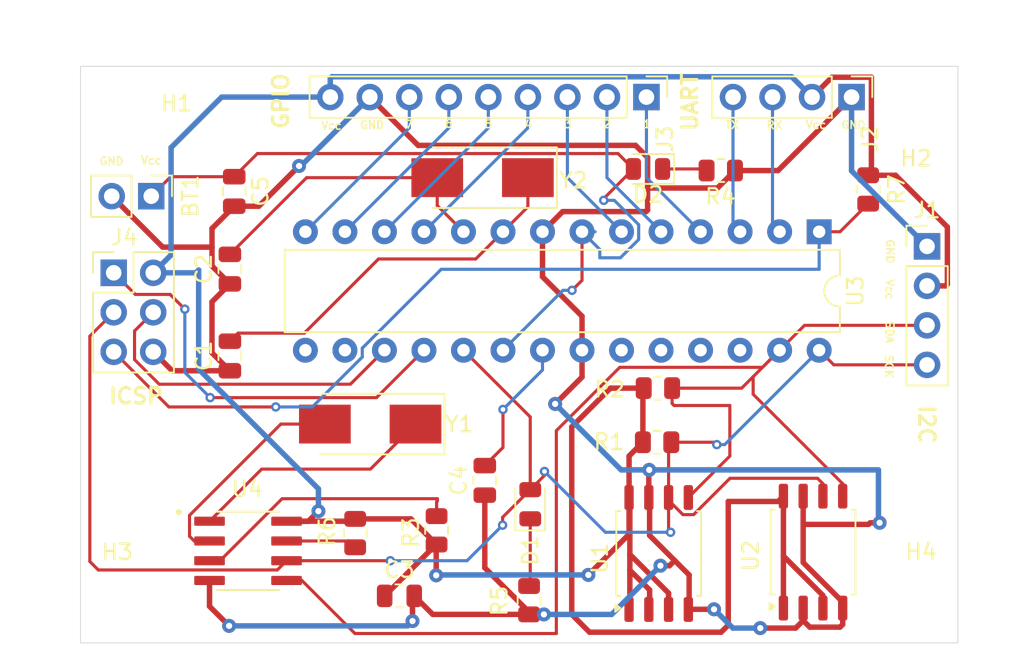
<source format=kicad_pcb>
(kicad_pcb (version 20240108) (generator "pcbnew") (generator_version "8.0")
  (title_block (title "Datalogger PCB") (date "2024-06-24"))
  (layers (0 "F.Cu" mixed) (31 "B.Cu" mixed) (34 "B.Paste" user) (35 "F.Paste" user) (36 "B.SilkS" user "B.Silkscreen") (37 "F.SilkS" user "F.Silkscreen") (38 "B.Mask" user) (39 "F.Mask" user) (44 "Edge.Cuts" user))
  (net 0 "")
  (net 1 "Net-(BT1-+)")
  (net 2 "GND")
  (net 3 "Net-(U3-XTAL1{slash}PB6)")
  (net 4 "Net-(U3-XTAL2{slash}PB7)")
  (net 5 "/Vcc")
  (net 6 "Net-(U3-AREF)")
  (net 7 "/SCK")
  (net 8 "Net-(D1-K)")
  (net 9 "Net-(D2-K)")
  (net 10 "/SDA")
  (net 11 "/TX")
  (net 12 "/RX")
  (net 13 "/D2")
  (net 14 "/D6")
  (net 15 "/D8")
  (net 16 "/D7")
  (net 17 "/D5")
  (net 18 "/D4")
  (net 19 "/D3")
  (net 20 "/MOSI")
  (net 21 "/MISO")
  (net 22 "/RESET")
  (net 23 "Net-(U4-~{INTA})")
  (net 24 "Net-(U4-SQW{slash}~INT)")
  (net 31 "Net-(U4-X2)")
  (net 32 "Net-(U4-X1)")
  (footprint "Crystal:Crystal_SMD_0603-2Pin_6.0x3.5mm_HandSoldering" (layer "F.Cu") (at 116.2558 124.3076 180)
    (property "Reference" "Y1" (at -5.7235 0 180) (layer "F.SilkS"))
    (property "Value" "32.768 kHz")
    (pad "1" smd rect (at -2.9125 0 180) (size 3.325 2.5) (layers "F.Cu" "F.Paste" "F.Mask") (net 32 "Net-(U4-X1)"))
    (pad "2" smd rect (at 2.9125 0 180) (size 3.325 2.5) (layers "F.Cu" "F.Paste" "F.Mask") (net 31 "Net-(U4-X2)"))
  )
  (footprint "MountingHole:MountingHole_2.2mm_M2" (layer "F.Cu") (at 151.4856 135.8392)
    (property "Reference" "H4" (at 0.1778 -3.3274 0) (layer "F.SilkS"))
    (property "Value" "MountingHole")
    (pad "" np_thru_hole circle (at 0 0) (size 2.2 2.2) (drill 2.2) (layers "*.Cu" "*.Mask"))
  )
  (footprint "Resistor_SMD:R_0805_2012Metric" (layer "F.Cu") (at 115.2906 131.3199 -90)
    (property "Reference" "R6" (at -0.1035 1.8034 90) (layer "F.SilkS"))
    (property "Value" "10k")
    (pad "1" smd roundrect (at -0.9125 0 270) (size 1.025 1.4) (layers "F.Cu" "F.Paste" "F.Mask") (roundrect_rratio 0.243902) (net 5 "/Vcc"))
    (pad "2" smd roundrect (at 0.9125 0 270) (size 1.025 1.4) (layers "F.Cu" "F.Paste" "F.Mask") (roundrect_rratio 0.243902) (net 24 "Net-(U4-SQW{slash}~INT)"))
  )
  (footprint "Resistor_SMD:R_0805_2012Metric" (layer "F.Cu") (at 148.2598 109.2181 -90)
    (property "Reference" "R7" (at -0.0019 -1.8288 90) (layer "F.SilkS"))
    (property "Value" "10k")
    (pad "1" smd roundrect (at -0.9125 0 270) (size 1.025 1.4) (layers "F.Cu" "F.Paste" "F.Mask") (roundrect_rratio 0.243902) (net 5 "/Vcc"))
    (pad "2" smd roundrect (at 0.9125 0 270) (size 1.025 1.4) (layers "F.Cu" "F.Paste" "F.Mask") (roundrect_rratio 0.243902) (net 22 "/RESET"))
  )
  (footprint "Package_DIP:DIP-28_W7.62mm" (layer "F.Cu") (at 145.1102 111.9378 -90)
    (property "Reference" "U3" (at 3.81 -2.33 90) (layer "F.SilkS"))
    (property "Value" "ATmega328-P")
    (pad "1" thru_hole rect (at 0 0 270) (size 1.6 1.6) (drill 0.8) (layers "*.Cu" "*.Mask") (net 22 "/RESET"))
    (pad "2" thru_hole oval (at 0 2.54 270) (size 1.6 1.6) (drill 0.8) (layers "*.Cu" "*.Mask") (net 12 "/RX"))
    (pad "3" thru_hole oval (at 0 5.08 270) (size 1.6 1.6) (drill 0.8) (layers "*.Cu" "*.Mask") (net 11 "/TX"))
    (pad "4" thru_hole oval (at 0 7.62 270) (size 1.6 1.6) (drill 0.8) (layers "*.Cu" "*.Mask") (net 13 "/D2"))
    (pad "5" thru_hole oval (at 0 10.16 270) (size 1.6 1.6) (drill 0.8) (layers "*.Cu" "*.Mask") (net 19 "/D3"))
    (pad "6" thru_hole oval (at 0 12.7 270) (size 1.6 1.6) (drill 0.8) (layers "*.Cu" "*.Mask") (net 18 "/D4"))
    (pad "7" thru_hole oval (at 0 15.24 270) (size 1.6 1.6) (drill 0.8) (layers "*.Cu" "*.Mask") (net 1 "Net-(BT1-+)"))
    (pad "8" thru_hole oval (at 0 17.78 270) (size 1.6 1.6) (drill 0.8) (layers "*.Cu" "*.Mask") (net 2 "GND"))
    (pad "9" thru_hole oval (at 0 20.32 270) (size 1.6 1.6) (drill 0.8) (layers "*.Cu" "*.Mask") (net 3 "Net-(U3-XTAL1{slash}PB6)"))
    (pad "10" thru_hole oval (at 0 22.86 270) (size 1.6 1.6) (drill 0.8) (layers "*.Cu" "*.Mask") (net 4 "Net-(U3-XTAL2{slash}PB7)"))
    (pad "11" thru_hole oval (at 0 25.4 270) (size 1.6 1.6) (drill 0.8) (layers "*.Cu" "*.Mask") (net 17 "/D5"))
    (pad "12" thru_hole oval (at 0 27.94 270) (size 1.6 1.6) (drill 0.8) (layers "*.Cu" "*.Mask") (net 14 "/D6"))
    (pad "13" thru_hole oval (at 0 30.48 270) (size 1.6 1.6) (drill 0.8) (layers "*.Cu" "*.Mask") (net 16 "/D7"))
    (pad "14" thru_hole oval (at 0 33.02 270) (size 1.6 1.6) (drill 0.8) (layers "*.Cu" "*.Mask") (net 15 "/D8"))
    (pad "15" thru_hole oval (at 7.62 33.02 270) (size 1.6 1.6) (drill 0.8) (layers "*.Cu" "*.Mask"))
    (pad "16" thru_hole oval (at 7.62 30.48 270) (size 1.6 1.6) (drill 0.8) (layers "*.Cu" "*.Mask"))
    (pad "17" thru_hole oval (at 7.62 27.94 270) (size 1.6 1.6) (drill 0.8) (layers "*.Cu" "*.Mask") (net 20 "/MOSI"))
    (pad "18" thru_hole oval (at 7.62 25.4 270) (size 1.6 1.6) (drill 0.8) (layers "*.Cu" "*.Mask") (net 21 "/MISO"))
    (pad "19" thru_hole oval (at 7.62 22.86 270) (size 1.6 1.6) (drill 0.8) (layers "*.Cu" "*.Mask") (net 7 "/SCK"))
    (pad "20" thru_hole oval (at 7.62 20.32 270) (size 1.6 1.6) (drill 0.8) (layers "*.Cu" "*.Mask") (net 1 "Net-(BT1-+)"))
    (pad "21" thru_hole oval (at 7.62 17.78 270) (size 1.6 1.6) (drill 0.8) (layers "*.Cu" "*.Mask") (net 6 "Net-(U3-AREF)"))
    (pad "22" thru_hole oval (at 7.62 15.24 270) (size 1.6 1.6) (drill 0.8) (layers "*.Cu" "*.Mask") (net 2 "GND"))
    (pad "23" thru_hole oval (at 7.62 12.7 270) (size 1.6 1.6) (drill 0.8) (layers "*.Cu" "*.Mask"))
    (pad "24" thru_hole oval (at 7.62 10.16 270) (size 1.6 1.6) (drill 0.8) (layers "*.Cu" "*.Mask"))
    (pad "25" thru_hole oval (at 7.62 7.62 270) (size 1.6 1.6) (drill 0.8) (layers "*.Cu" "*.Mask"))
    (pad "26" thru_hole oval (at 7.62 5.08 270) (size 1.6 1.6) (drill 0.8) (layers "*.Cu" "*.Mask"))
    (pad "27" thru_hole oval (at 7.62 2.54 270) (size 1.6 1.6) (drill 0.8) (layers "*.Cu" "*.Mask") (net 10 "/SDA"))
    (pad "28" thru_hole oval (at 7.62 0 270) (size 1.6 1.6) (drill 0.8) (layers "*.Cu" "*.Mask") (net 7 "/SCK"))
  )
  (footprint "MountingHole:MountingHole_2.2mm_M2" (layer "F.Cu") (at 100.1776 103.8352)
    (property "Reference" "H1" (at 3.6322 -0.1524 0) (layer "F.SilkS"))
    (property "Value" "MountingHole")
    (pad "" np_thru_hole circle (at 0 0) (size 2.2 2.2) (drill 2.2) (layers "*.Cu" "*.Mask"))
  )
  (footprint "Connector_PinHeader_2.54mm:PinHeader_1x04_P2.54mm_Vertical" (layer "F.Cu") (at 147.193 103.2764 -90)
    (property "Reference" "J2" (at 2.6924 -1.1938 90) (layer "F.SilkS"))
    (property "Value" "Conn_01x04_Pin")
    (pad "1" thru_hole rect (at 0 0 270) (size 1.7 1.7) (drill 1) (layers "*.Cu" "*.Mask") (net 2 "GND"))
    (pad "2" thru_hole oval (at 0 2.54 270) (size 1.7 1.7) (drill 1) (layers "*.Cu" "*.Mask") (net 5 "/Vcc"))
    (pad "3" thru_hole oval (at 0 5.08 270) (size 1.7 1.7) (drill 1) (layers "*.Cu" "*.Mask") (net 12 "/RX"))
    (pad "4" thru_hole oval (at 0 7.62 270) (size 1.7 1.7) (drill 1) (layers "*.Cu" "*.Mask") (net 11 "/TX"))
  )
  (footprint "Capacitor_SMD:C_0805_2012Metric" (layer "F.Cu") (at 107.2388 114.3406 90)
    (property "Reference" "C2" (at 0 -1.68 -90) (layer "F.SilkS"))
    (property "Value" "22pF")
    (pad "1" smd roundrect (at -0.95 0 90) (size 1 1.45) (layers "F.Cu" "F.Paste" "F.Mask") (net 2 "GND"))
    (pad "2" smd roundrect (at 0.95 0 90) (size 1 1.45) (layers "F.Cu" "F.Paste" "F.Mask") (net 4 "Net-(U3-XTAL2{slash}PB7)"))
  )
  (footprint "Capacitor_SMD:C_0805_2012Metric" (layer "F.Cu") (at 107.5182 109.347 -90)
    (property "Reference" "C5" (at 0 -1.68 90) (layer "F.SilkS"))
    (property "Value" "100nF")
    (pad "1" smd roundrect (at -0.95 0 270) (size 1 1.45) (layers "F.Cu" "F.Paste" "F.Mask") (net 1 "Net-(BT1-+)"))
    (pad "2" smd roundrect (at 0.95 0 270) (size 1 1.45) (layers "F.Cu" "F.Paste" "F.Mask") (net 2 "GND"))
  )
  (footprint "LED_SMD:LED_0805_2012Metric" (layer "F.Cu") (at 134.1097 107.8992 180)
    (property "Reference" "D2" (at 0 -1.65 180) (layer "F.SilkS"))
    (property "Value" "LED")
    (pad "1" smd roundrect (at -0.9375 0 180) (size 0.975 1.4) (layers "F.Cu" "F.Paste" "F.Mask") (net 9 "Net-(D2-K)"))
    (pad "2" smd roundrect (at 0.9375 0 180) (size 0.975 1.4) (layers "F.Cu" "F.Paste" "F.Mask") (net 1 "Net-(BT1-+)"))
  )
  (footprint "DS1337S_T_R:SOIC127P600X175-8N" (layer "F.Cu") (at 108.405 132.461)
    (property "Reference" "U4" (at -0.0508 -3.9878 180) (layer "F.SilkS"))
    (property "Value" "DS1337S_T_R")
    (pad "1" smd roundrect (at -2.475 -1.905) (size 1.97 0.59) (layers "F.Cu" "F.Paste" "F.Mask") (roundrect_rratio 0.125) (net 32 "Net-(U4-X1)"))
    (pad "2" smd roundrect (at -2.475 -0.635) (size 1.97 0.59) (layers "F.Cu" "F.Paste" "F.Mask") (roundrect_rratio 0.125) (net 31 "Net-(U4-X2)"))
    (pad "3" smd roundrect (at -2.475 0.635) (size 1.97 0.59) (layers "F.Cu" "F.Paste" "F.Mask") (roundrect_rratio 0.125) (net 23 "Net-(U4-~{INTA})"))
    (pad "4" smd roundrect (at -2.475 1.905) (size 1.97 0.59) (layers "F.Cu" "F.Paste" "F.Mask") (roundrect_rratio 0.125) (net 2 "GND"))
    (pad "5" smd roundrect (at 2.475 1.905) (size 1.97 0.59) (layers "F.Cu" "F.Paste" "F.Mask") (roundrect_rratio 0.125) (net 10 "/SDA"))
    (pad "6" smd roundrect (at 2.475 0.635) (size 1.97 0.59) (layers "F.Cu" "F.Paste" "F.Mask") (roundrect_rratio 0.125) (net 7 "/SCK"))
    (pad "7" smd roundrect (at 2.475 -0.635) (size 1.97 0.59) (layers "F.Cu" "F.Paste" "F.Mask") (roundrect_rratio 0.125) (net 24 "Net-(U4-SQW{slash}~INT)"))
    (pad "8" smd roundrect (at 2.475 -1.905) (size 1.97 0.59) (layers "F.Cu" "F.Paste" "F.Mask") (roundrect_rratio 0.125) (net 5 "/Vcc"))
  )
  (footprint "Capacitor_SMD:C_0805_2012Metric" (layer "F.Cu") (at 107.2388 119.9286 90)
    (property "Reference" "C1" (at 0 -1.68 -90) (layer "F.SilkS"))
    (property "Value" "22pF")
    (pad "1" smd roundrect (at -0.95 0 90) (size 1 1.45) (layers "F.Cu" "F.Paste" "F.Mask") (net 2 "GND"))
    (pad "2" smd roundrect (at 0.95 0 90) (size 1 1.45) (layers "F.Cu" "F.Paste" "F.Mask") (net 3 "Net-(U3-XTAL1{slash}PB6)"))
  )
  (footprint "LED_SMD:LED_0805_2012Metric" (layer "F.Cu") (at 126.5428 129.4638 90)
    (property "Reference" "D1" (at -2.9695 0 -90) (layer "F.SilkS"))
    (property "Value" "LED")
    (pad "1" smd roundrect (at -0.9375 0 90) (size 0.975 1.4) (layers "F.Cu" "F.Paste" "F.Mask") (net 8 "Net-(D1-K)"))
    (pad "2" smd roundrect (at 0.9375 0 90) (size 0.975 1.4) (layers "F.Cu" "F.Paste" "F.Mask") (net 7 "/SCK"))
  )
  (footprint "Capacitor_SMD:C_0805_2012Metric" (layer "F.Cu") (at 118.1354 135.3566)
    (property "Reference" "C3" (at 0 -1.68 0) (layer "F.SilkS"))
    (property "Value" "0.1uF")
    (pad "1" smd roundrect (at -0.95 0) (size 1 1.45) (layers "F.Cu" "F.Paste" "F.Mask") (net 5 "/Vcc"))
    (pad "2" smd roundrect (at 0.95 0) (size 1 1.45) (layers "F.Cu" "F.Paste" "F.Mask") (net 2 "GND"))
  )
  (footprint "Resistor_SMD:R_0805_2012Metric" (layer "F.Cu") (at 126.4666 135.636 90)
    (property "Reference" "R5" (at -0.0508 -1.905 -90) (layer "F.SilkS"))
    (property "Value" "330")
    (pad "1" smd roundrect (at -0.9125 0 90) (size 1.025 1.4) (layers "F.Cu" "F.Paste" "F.Mask") (roundrect_rratio 0.243902) (net 2 "GND"))
    (pad "2" smd roundrect (at 0.9125 0 90) (size 1.025 1.4) (layers "F.Cu" "F.Paste" "F.Mask") (roundrect_rratio 0.243902) (net 8 "Net-(D1-K)"))
  )
  (footprint "Resistor_SMD:R_0805_2012Metric" (layer "F.Cu") (at 134.747 121.9962)
    (property "Reference" "R2" (at -3.0969 0.0762 0) (layer "F.SilkS"))
    (property "Value" "4.7k")
    (pad "1" smd roundrect (at -0.9125 0) (size 1.025 1.4) (layers "F.Cu" "F.Paste" "F.Mask") (roundrect_rratio 0.243902) (net 5 "/Vcc"))
    (pad "2" smd roundrect (at 0.9125 0) (size 1.025 1.4) (layers "F.Cu" "F.Paste" "F.Mask") (roundrect_rratio 0.243902) (net 10 "/SDA"))
  )
  (footprint "MountingHole:MountingHole_2.2mm_M2" (layer "F.Cu") (at 151.4856 103.8352)
    (property "Reference" "H2" (at -0.1524 3.3782 0) (layer "F.SilkS"))
    (property "Value" "MountingHole")
    (pad "" np_thru_hole circle (at 0 0) (size 2.2 2.2) (drill 2.2) (layers "*.Cu" "*.Mask"))
  )
  (footprint "Connector_PinHeader_2.54mm:PinHeader_1x02_P2.54mm_Vertical" (layer "F.Cu") (at 102.1842 109.6518 -90)
    (property "Reference" "BT1" (at 0 -2.5146 90) (layer "F.SilkS"))
    (property "Value" "Battery")
    (pad "1" thru_hole rect (at 0 0 270) (size 1.7 1.7) (drill 1) (layers "*.Cu" "*.Mask") (net 1 "Net-(BT1-+)"))
    (pad "2" thru_hole oval (at 0 2.54 270) (size 1.7 1.7) (drill 1) (layers "*.Cu" "*.Mask") (net 2 "GND"))
  )
  (footprint "Crystal:Crystal_SMD_0603-2Pin_6.0x3.5mm_HandSoldering" (layer "F.Cu") (at 123.4779 108.458 180)
    (property "Reference" "Y2" (at -5.8335 -0.1778 180) (layer "F.SilkS"))
    (property "Value" "16MHz")
    (pad "1" smd rect (at -2.9125 0 180) (size 3.325 2.5) (layers "F.Cu" "F.Paste" "F.Mask") (net 3 "Net-(U3-XTAL1{slash}PB6)"))
    (pad "2" smd rect (at 2.9125 0 180) (size 3.325 2.5) (layers "F.Cu" "F.Paste" "F.Mask") (net 4 "Net-(U3-XTAL2{slash}PB7)"))
  )
  (footprint "Resistor_SMD:R_0805_2012Metric" (layer "F.Cu") (at 120.523 131.1421 90)
    (property "Reference" "R3" (at -0.1505 -1.651 -90) (layer "F.SilkS"))
    (property "Value" "10k")
    (pad "1" smd roundrect (at -0.9125 0 90) (size 1.025 1.4) (layers "F.Cu" "F.Paste" "F.Mask") (roundrect_rratio 0.243902) (net 5 "/Vcc"))
    (pad "2" smd roundrect (at 0.9125 0 90) (size 1.025 1.4) (layers "F.Cu" "F.Paste" "F.Mask") (roundrect_rratio 0.243902) (net 23 "Net-(U4-~{INTA})"))
  )
  (footprint "MountingHole:MountingHole_2.2mm_M2" (layer "F.Cu") (at 100.1776 135.8392)
    (property "Reference" "H3" (at -0.1778 -3.302 0) (layer "F.SilkS"))
    (property "Value" "MountingHole")
    (pad "" np_thru_hole circle (at 0 0) (size 2.2 2.2) (drill 2.2) (layers "*.Cu" "*.Mask"))
  )
  (footprint "Package_SO:SOIC-8_5.23x5.23mm_P1.27mm" (layer "F.Cu") (at 144.7178 132.544 90)
    (property "Reference" "U2" (at -0.2286 -4.0132 90) (layer "F.SilkS"))
    (property "Value" "24LC1025")
    (pad "1" smd roundrect (at -3.6 -1.905 90) (size 1.6 0.6) (layers "F.Cu" "F.Paste" "F.Mask") (net 5 "/Vcc"))
    (pad "2" smd roundrect (at -3.6 -0.635 90) (size 1.6 0.6) (layers "F.Cu" "F.Paste" "F.Mask") (net 2 "GND"))
    (pad "3" smd roundrect (at -3.6 0.635 90) (size 1.6 0.6) (layers "F.Cu" "F.Paste" "F.Mask") (net 5 "/Vcc"))
    (pad "4" smd roundrect (at -3.6 1.905 90) (size 1.6 0.6) (layers "F.Cu" "F.Paste" "F.Mask") (net 2 "GND"))
    (pad "5" smd roundrect (at 3.6 1.905 90) (size 1.6 0.6) (layers "F.Cu" "F.Paste" "F.Mask") (net 10 "/SDA"))
    (pad "6" smd roundrect (at 3.6 0.635 90) (size 1.6 0.6) (layers "F.Cu" "F.Paste" "F.Mask") (net 7 "/SCK"))
    (pad "7" smd roundrect (at 3.6 -0.635 90) (size 1.6 0.6) (layers "F.Cu" "F.Paste" "F.Mask") (net 2 "GND"))
    (pad "8" smd roundrect (at 3.6 -1.905 90) (size 1.6 0.6) (layers "F.Cu" "F.Paste" "F.Mask") (net 5 "/Vcc"))
  )
  (footprint "Capacitor_SMD:C_0805_2012Metric" (layer "F.Cu") (at 123.6218 127.9296 90)
    (property "Reference" "C4" (at 0 -1.68 -90) (layer "F.SilkS"))
    (property "Value" "1uF")
    (pad "1" smd roundrect (at -0.95 0 90) (size 1 1.45) (layers "F.Cu" "F.Paste" "F.Mask") (net 2 "GND"))
    (pad "2" smd roundrect (at 0.95 0 90) (size 1 1.45) (layers "F.Cu" "F.Paste" "F.Mask") (net 6 "Net-(U3-AREF)"))
  )
  (footprint "Package_SO:SOIC-8_5.23x5.23mm_P1.27mm" (layer "F.Cu") (at 134.7978 132.632 90)
    (property "Reference" "U1" (at -0.3048 -3.7846 -90) (layer "F.SilkS"))
    (property "Value" "24LC1025")
    (pad "1" smd roundrect (at -3.6 -1.905 90) (size 1.6 0.6) (layers "F.Cu" "F.Paste" "F.Mask") (net 5 "/Vcc"))
    (pad "2" smd roundrect (at -3.6 -0.635 90) (size 1.6 0.6) (layers "F.Cu" "F.Paste" "F.Mask") (net 5 "/Vcc"))
    (pad "3" smd roundrect (at -3.6 0.635 90) (size 1.6 0.6) (layers "F.Cu" "F.Paste" "F.Mask") (net 5 "/Vcc"))
    (pad "4" smd roundrect (at -3.6 1.905 90) (size 1.6 0.6) (layers "F.Cu" "F.Paste" "F.Mask") (net 2 "GND"))
    (pad "5" smd roundrect (at 3.6 1.905 90) (size 1.6 0.6) (layers "F.Cu" "F.Paste" "F.Mask") (net 10 "/SDA"))
    (pad "6" smd roundrect (at 3.6 0.635 90) (size 1.6 0.6) (layers "F.Cu" "F.Paste" "F.Mask") (net 7 "/SCK"))
    (pad "7" smd roundrect (at 3.6 -0.635 90) (size 1.6 0.6) (layers "F.Cu" "F.Paste" "F.Mask") (net 2 "GND"))
    (pad "8" smd roundrect (at 3.6 -1.905 90) (size 1.6 0.6) (layers "F.Cu" "F.Paste" "F.Mask") (net 5 "/Vcc"))
  )
  (footprint "Resistor_SMD:R_0805_2012Metric" (layer "F.Cu") (at 138.7875 108.0008)
    (property "Reference" "R4" (at -0.0273 1.6764 0) (layer "F.SilkS"))
    (property "Value" "330")
    (pad "1" smd roundrect (at -0.9125 0) (size 1.025 1.4) (layers "F.Cu" "F.Paste" "F.Mask") (roundrect_rratio 0.243902) (net 9 "Net-(D2-K)"))
    (pad "2" smd roundrect (at 0.9125 0) (size 1.025 1.4) (layers "F.Cu" "F.Paste" "F.Mask") (roundrect_rratio 0.243902) (net 2 "GND"))
  )
  (footprint "Resistor_SMD:R_0805_2012Metric" (layer "F.Cu") (at 134.6943 125.476)
    (property "Reference" "R1" (at -3.0969 -0.0254 0) (layer "F.SilkS"))
    (property "Value" "4.7k")
    (pad "1" smd roundrect (at -0.9125 0) (size 1.025 1.4) (layers "F.Cu" "F.Paste" "F.Mask") (roundrect_rratio 0.243902) (net 5 "/Vcc"))
    (pad "2" smd roundrect (at 0.9125 0) (size 1.025 1.4) (layers "F.Cu" "F.Paste" "F.Mask") (roundrect_rratio 0.243902) (net 7 "/SCK"))
  )
  (footprint "Connector_PinHeader_2.54mm:PinHeader_1x09_P2.54mm_Vertical" (layer "F.Cu") (at 134.0104 103.2764 -90)
    (property "Reference" "J3" (at 2.6924 -1.1938 90) (layer "F.SilkS"))
    (property "Value" "Conn_01x09_Pin")
    (pad "1" thru_hole rect (at 0 0 270) (size 1.7 1.7) (drill 1) (layers "*.Cu" "*.Mask") (net 13 "/D2"))
    (pad "2" thru_hole oval (at 0 2.54 270) (size 1.7 1.7) (drill 1) (layers "*.Cu" "*.Mask") (net 19 "/D3"))
    (pad "3" thru_hole oval (at 0 5.08 270) (size 1.7 1.7) (drill 1) (layers "*.Cu" "*.Mask") (net 18 "/D4"))
    (pad "4" thru_hole oval (at 0 7.62 270) (size 1.7 1.7) (drill 1) (layers "*.Cu" "*.Mask") (net 17 "/D5"))
    (pad "5" thru_hole oval (at 0 10.16 270) (size 1.7 1.7) (drill 1) (layers "*.Cu" "*.Mask") (net 14 "/D6"))
    (pad "6" thru_hole oval (at 0 12.7 270) (size 1.7 1.7) (drill 1) (layers "*.Cu" "*.Mask") (net 16 "/D7"))
    (pad "7" thru_hole oval (at 0 15.24 270) (size 1.7 1.7) (drill 1) (layers "*.Cu" "*.Mask") (net 15 "/D8"))
    (pad "8" thru_hole oval (at 0 17.78 270) (size 1.7 1.7) (drill 1) (layers "*.Cu" "*.Mask") (net 2 "GND"))
    (pad "9" thru_hole oval (at 0 20.32 270) (size 1.7 1.7) (drill 1) (layers "*.Cu" "*.Mask") (net 5 "/Vcc"))
  )
  (footprint "Connector_PinHeader_2.54mm:PinHeader_1x04_P2.54mm_Vertical" (layer "F.Cu") (at 152.0444 112.8776)
    (property "Reference" "J1" (at 0 -2.33 0) (layer "F.SilkS"))
    (property "Value" "Conn_01x04_Pin")
    (pad "1" thru_hole rect (at 0 0) (size 1.7 1.7) (drill 1) (layers "*.Cu" "*.Mask") (net 2 "GND"))
    (pad "2" thru_hole oval (at 0 2.54) (size 1.7 1.7) (drill 1) (layers "*.Cu" "*.Mask") (net 5 "/Vcc"))
    (pad "3" thru_hole oval (at 0 5.08) (size 1.7 1.7) (drill 1) (layers "*.Cu" "*.Mask") (net 10 "/SDA"))
    (pad "4" thru_hole oval (at 0 7.62) (size 1.7 1.7) (drill 1) (layers "*.Cu" "*.Mask") (net 7 "/SCK"))
  )
  (footprint "Connector_PinHeader_2.54mm:PinHeader_2x03_P2.54mm_Vertical" (layer "F.Cu") (at 99.7712 114.5794)
    (property "Reference" "J4" (at 0.6858 -2.286 0) (layer "F.SilkS"))
    (property "Value" "Conn_02x03_Odd_Even")
    (pad "1" thru_hole rect (at 0 0) (size 1.7 1.7) (drill 1) (layers "*.Cu" "*.Mask") (net 21 "/MISO"))
    (pad "2" thru_hole oval (at 2.54 0) (size 1.7 1.7) (drill 1) (layers "*.Cu" "*.Mask") (net 5 "/Vcc"))
    (pad "3" thru_hole oval (at 0 2.54) (size 1.7 1.7) (drill 1) (layers "*.Cu" "*.Mask") (net 7 "/SCK"))
    (pad "4" thru_hole oval (at 2.54 2.54) (size 1.7 1.7) (drill 1) (layers "*.Cu" "*.Mask") (net 20 "/MOSI"))
    (pad "5" thru_hole oval (at 0 5.08) (size 1.7 1.7) (drill 1) (layers "*.Cu" "*.Mask") (net 22 "/RESET"))
    (pad "6" thru_hole oval (at 2.54 5.08) (size 1.7 1.7) (drill 1) (layers "*.Cu" "*.Mask") (net 2 "GND"))
  )
  (gr_rect (start 97.6376 101.2952) (end 154.0256 138.3792) (stroke (width 0.05)) (fill none) (layer "Edge.Cuts"))
  (gr_text "TX" (at 139.0142 105.3592 0) (layer "F.SilkS") (effects (font (size 0.5 0.5) (thickness 0.1)) (justify left bottom)))
  (gr_text "GND\n" (at 115.5446 105.3592 0) (layer "F.SilkS") (effects (font (size 0.5 0.5) (thickness 0.1)) (justify left bottom)))
  (gr_text "GPIO" (at 111.0996 105.4354 90) (layer "F.SilkS") (effects (font (size 1 1) (thickness 0.2) (bold yes)) (justify left bottom)))
  (gr_text "GND" (at 146.4818 105.3592 0) (layer "F.SilkS") (effects (font (size 0.5 0.5) (thickness 0.1)) (justify left bottom)))
  (gr_text "UART\n" (at 137.3886 105.5624 90) (layer "F.SilkS") (effects (font (size 1 1) (thickness 0.2) (bold yes)) (justify left bottom)))
  (gr_text "SCK" (at 149.3012 119.7864 270) (layer "F.SilkS") (effects (font (size 0.5 0.5) (thickness 0.1)) (justify left bottom)))
  (gr_text "I2C" (at 151.4348 122.9868 -90) (layer "F.SilkS") (effects (font (size 1 1) (thickness 0.2) (bold yes)) (justify left bottom)))
  (gr_text "RX" (at 141.6812 105.3846 0) (layer "F.SilkS") (effects (font (size 0.5 0.5) (thickness 0.1)) (justify left bottom)))
  (gr_text "4" (at 126.111 105.3338 0) (layer "F.SilkS") (effects (font (size 0.5 0.5) (thickness 0.1)) (justify left bottom)))
  (gr_text "Vcc" (at 144.1958 105.3592 0) (layer "F.SilkS") (effects (font (size 0.5 0.5) (thickness 0.1)) (justify left bottom)))
  (gr_text "Vcc" (at 149.352 114.935 -90) (layer "F.SilkS") (effects (font (size 0.5 0.5) (thickness 0.1)) (justify left bottom)))
  (gr_text "GND" (at 98.806 107.696 0) (layer "F.SilkS") (effects (font (size 0.5 0.5) (thickness 0.1)) (justify left bottom)))
  (gr_text "2" (at 131.1656 105.3084 0) (layer "F.SilkS") (effects (font (size 0.5 0.5) (thickness 0.1)) (justify left bottom)))
  (gr_text "GND" (at 149.3774 112.3696 -90) (layer "F.SilkS") (effects (font (size 0.5 0.5) (thickness 0.1)) (justify left bottom)))
  (gr_text "1" (at 133.731 105.3084 0) (layer "F.SilkS") (effects (font (size 0.5 0.5) (thickness 0.1)) (justify left bottom)))
  (gr_text "ICSP" (at 99.3648 123.0884 0) (layer "F.SilkS") (effects (font (size 1 1) (thickness 0.2) (bold yes)) (justify left bottom)))
  (gr_text "3" (at 128.651 105.3084 0) (layer "F.SilkS") (effects (font (size 0.5 0.5) (thickness 0.1)) (justify left bottom)))
  (gr_text "Vcc" (at 101.473 107.6452 0) (layer "F.SilkS") (effects (font (size 0.5 0.5) (thickness 0.1)) (justify left bottom)))
  (gr_text "Vcc" (at 113.0554 105.41 0) (layer "F.SilkS") (effects (font (size 0.5 0.5) (thickness 0.1)) (justify left bottom)))
  (gr_text "6" (at 121.0056 105.283 0) (layer "F.SilkS") (effects (font (size 0.5 0.5) (thickness 0.1)) (justify left bottom)))
  (gr_text "SDA" (at 149.352 117.6274 270) (layer "F.SilkS") (effects (font (size 0.5 0.5) (thickness 0.1)) (justify left bottom)))
  (gr_text "5" (at 123.5456 105.3084 0) (layer "F.SilkS") (effects (font (size 0.5 0.5) (thickness 0.1)) (justify left bottom)))
  (gr_text "7" (at 118.4402 105.3338 0) (layer "F.SilkS") (effects (font (size 0.5 0.5) (thickness 0.1)) (justify left bottom)))
  (segment (start 109.0072 106.908) (end 132.181 106.908) (width 0.2) (layer "F.Cu") (net 1))
  (segment (start 132.181 106.908) (end 133.1722 107.8992) (width 0.2) (layer "F.Cu") (net 1))
  (segment (start 133.1722 107.8992) (end 131.2672 109.8042) (width 0.2) (layer "F.Cu") (net 1))
  (segment (start 103.439 108.397) (end 102.1842 109.6518) (width 0.2) (layer "F.Cu") (net 1))
  (segment (start 107.5182 108.397) (end 103.439 108.397) (width 0.2) (layer "F.Cu") (net 1))
  (segment (start 129.8702 111.9378) (end 129.8702 115.062) (width 0.2) (layer "F.Cu") (net 1))
  (segment (start 129.8702 115.062) (end 129.227153 115.705047) (width 0.2) (layer "F.Cu") (net 1))
  (segment (start 131.2672 109.8042) (end 131.2672 109.9174) (width 0.2) (layer "F.Cu") (net 1))
  (segment (start 107.5182 108.397) (end 109.0072 106.908) (width 0.2) (layer "F.Cu") (net 1))
  (via (at 131.2672 109.9174) (size 0.6) (drill 0.3) (layers "F.Cu" "B.Cu") (net 1))
  (via (at 129.227153 115.705047) (size 0.6) (drill 0.3) (layers "F.Cu" "B.Cu") (net 1))
  (segment (start 128.642953 115.705047) (end 124.7902 119.5578) (width 0.2) (layer "B.Cu") (net 1))
  (segment (start 129.8702 111.9378) (end 130.710198 111.9378) (width 0.2) (layer "B.Cu") (net 1))
  (segment (start 129.227153 115.705047) (end 128.642953 115.705047) (width 0.2) (layer "B.Cu") (net 1))
  (segment (start 131.945435 109.9174) (end 133.5102 111.482165) (width 0.2) (layer "B.Cu") (net 1))
  (segment (start 131.0132 113.0808) (end 129.8702 111.9378) (width 0.2) (layer "B.Cu") (net 1))
  (segment (start 133.5102 111.482165) (end 133.5102 112.438) (width 0.2) (layer "B.Cu") (net 1))
  (segment (start 133.5102 112.438) (end 132.334 113.6142) (width 0.2) (layer "B.Cu") (net 1))
  (segment (start 131.2672 109.9174) (end 131.945435 109.9174) (width 0.2) (layer "B.Cu") (net 1))
  (segment (start 131.0132 113.6142) (end 131.0132 113.0808) (width 0.2) (layer "B.Cu") (net 1))
  (segment (start 132.334 113.6142) (end 131.0132 113.6142) (width 0.2) (layer "B.Cu") (net 1))
  (segment (start 134.0847 107.15919) (end 134.0847 109.0676) (width 0.35) (layer "F.Cu") (net 2))
  (segment (start 134.2136 131.4704) (end 134.2136 128.861) (width 0.35) (layer "F.Cu") (net 2))
  (segment (start 133.30851 106.383) (end 134.0847 107.15919) (width 0.35) (layer "F.Cu") (net 2))
  (segment (start 129.8702 119.5578) (end 129.8702 121.285) (width 0.35) (layer "F.Cu") (net 2))
  (segment (start 144.0828 133.212672) (end 146.6228 135.752672) (width 0.35) (layer "F.Cu") (net 2))
  (segment (start 106.0888 114.1406) (end 107.2388 115.2906) (width 0.35) (layer "F.Cu") (net 2))
  (segment (start 120.2773 136.5485) (end 126.4666 136.5485) (width 0.35) (layer "F.Cu") (net 2))
  (segment (start 147.193 103.2764) (end 142.4686 108.0008) (width 0.35) (layer "F.Cu") (net 2))
  (segment (start 102.9208 112.9284) (end 106.0888 112.9284) (width 0.35) (layer "F.Cu") (net 2))
  (segment (start 138.575 109.1258) (end 134.1429 109.1258) (width 0.35) (layer "F.Cu") (net 2))
  (segment (start 135.8265 133.0833) (end 134.2136 131.4704) (width 0.35) (layer "F.Cu") (net 2))
  (segment (start 106.0888 116.4406) (end 107.2388 115.2906) (width 0.35) (layer "F.Cu") (net 2))
  (segment (start 107.5182 110.297) (end 109.0948 110.297) (width 0.35) (layer "F.Cu") (net 2))
  (segment (start 99.6442 109.6518) (end 102.9208 112.9284) (width 0.35) (layer "F.Cu") (net 2))
  (segment (start 129.8702 121.285) (end 128.143 123.0122) (width 0.35) (layer "F.Cu") (net 2))
  (segment (start 129.8702 117.3734) (end 127.3302 114.8334) (width 0.35) (layer "F.Cu") (net 2))
  (segment (start 106.0888 119.7286) (end 106.0888 116.4406) (width 0.35) (layer "F.Cu") (net 2))
  (segment (start 134.1429 109.1258) (end 134.0847 109.0676) (width 0.35) (layer "F.Cu") (net 2))
  (segment (start 127.4173 136.5485) (end 127.4192 136.5504) (width 0.35) (layer "F.Cu") (net 2))
  (segment (start 123.6218 133.552722) (end 126.4666 136.397522) (width 0.35) (layer "F.Cu") (net 2))
  (segment (start 146.6228 137.1968) (end 146.6228 136.144) (width 0.35) (layer "F.Cu") (net 2))
  (segment (start 148.9964 130.6576) (end 148.3868 130.6576) (width 0.35) (layer "F.Cu") (net 2))
  (segment (start 148.2852 130.7592) (end 144.0828 130.7592) (width 0.35) (layer "F.Cu") (net 2))
  (segment (start 103.5304 120.8786) (end 107.2388 120.8786) (width 0.35) (layer "F.Cu") (net 2))
  (segment (start 135.492719 133.417081) (end 135.8265 133.0833) (width 0.35) (layer "F.Cu") (net 2))
  (segment (start 126.4666 136.5485) (end 127.4173 136.5485) (width 0.35) (layer "F.Cu") (net 2))
  (segment (start 134.908519 133.417081) (end 135.492719 133.417081) (width 0.35) (layer "F.Cu") (net 2))
  (segment (start 106.0888 112.9284) (end 106.0888 114.1406) (width 0.35) (layer "F.Cu") (net 2))
  (segment (start 144.0828 130.7592) (end 144.0828 133.212672) (width 0.35) (layer "F.Cu") (net 2))
  (segment (start 105.93 136.029) (end 107.188 137.287) (width 0.35) (layer "F.Cu") (net 2))
  (segment (start 144.0828 136.144) (end 144.0828 136.943999) (width 0.35) (layer "F.Cu") (net 2))
  (segment (start 144.0828 136.943999) (end 144.507801 137.369) (width 0.35) (layer "F.Cu") (net 2))
  (segment (start 109.0948 110.297) (end 111.6838 107.708) (width 0.35) (layer "F.Cu") (net 2))
  (segment (start 136.7146 136.2202) (end 136.7028 136.232) (width 0.35) (layer "F.Cu") (net 2))
  (segment (start 118.9736 136.9792) (end 118.9736 135.4684) (width 0.35) (layer "F.Cu") (net 2))
  (segment (start 119.0854 135.3566) (end 120.2773 136.5485) (width 0.35) (layer "F.Cu") (net 2))
  (segment (start 144.507801 137.369) (end 146.4506 137.369) (width 0.35) (layer "F.Cu") (net 2))
  (segment (start 143.597599 137.4292) (end 141.3256 137.4292) (width 0.35) (layer "F.Cu") (net 2))
  (segment (start 142.4686 108.0008) (end 139.7 108.0008) (width 0.35) (layer "F.Cu") (net 2))
  (segment (start 102.3112 119.6594) (end 103.5304 120.8786) (width 0.35) (layer "F.Cu") (net 2))
  (segment (start 139.7 108.0008) (end 138.575 109.1258) (width 0.35) (layer "F.Cu") (net 2))
  (segment (start 133.985 110.6424) (end 128.6256 110.6424) (width 0.35) (layer "F.Cu") (net 2))
  (segment (start 146.6228 135.752672) (end 146.6228 136.144) (width 0.35) (layer "F.Cu") (net 2))
  (segment (start 116.2304 103.2764) (end 119.337 106.383) (width 0.35) (layer "F.Cu") (net 2))
  (segment (start 128.6256 110.6424) (end 127.3302 111.9378) (width 0.35) (layer "F.Cu") (net 2))
  (segment (start 136.7536 134.0104) (end 135.8265 133.0833) (width 0.35) (layer "F.Cu") (net 2))
  (segment (start 134.0847 110.5427) (end 133.985 110.6424) (width 0.35) (layer "F.Cu") (net 2))
  (segment (start 107.2388 120.8786) (end 106.0888 119.7286) (width 0.35) (layer "F.Cu") (net 2))
  (segment (start 105.93 134.366) (end 105.93 136.029) (width 0.35) (layer "F.Cu") (net 2))
  (segment (start 134.1628 127.2794) (end 134.1882 127.254) (width 0.35) (layer "F.Cu") (net 2))
  (segment (start 119.337 106.383) (end 133.30851 106.383) (width 0.35) (layer "F.Cu") (net 2))
  (segment (start 138.3538 136.2202) (end 136.7146 136.2202) (width 0.35) (layer "F.Cu") (net 2))
  (segment (start 136.7536 136.061) (end 136.7536 134.0104) (width 0.35) (layer "F.Cu") (net 2))
  (segment (start 106.0888 111.7264) (end 106.0888 112.9284) (width 0.35) (layer "F.Cu") (net 2))
  (segment (start 144.0828 136.943999) (end 143.597599 137.4292) (width 0.35) (layer "F.Cu") (net 2))
  (segment (start 118.9736 135.4684) (end 119.0854 135.3566) (width 0.35) (layer "F.Cu") (net 2))
  (segment (start 126.4666 136.397522) (end 126.4666 136.5485) (width 0.35) (layer "F.Cu") (net 2))
  (segment (start 134.0847 109.0676) (end 134.0847 110.5427) (width 0.35) (layer "F.Cu") (net 2))
  (segment (start 127.3302 114.8334) (end 127.3302 111.9378) (width 0.35) (layer "F.Cu") (net 2))
  (segment (start 129.8702 119.5578) (end 129.8702 117.3734) (width 0.35) (layer "F.Cu") (net 2))
  (segment (start 144.0828 128.944) (end 144.0828 130.7592) (width 0.35) (layer "F.Cu") (net 2))
  (segment (start 146.4506 137.369) (end 146.6228 137.1968) (width 0.35) (layer "F.Cu") (net 2))
  (segment (start 134.1628 129.032) (end 134.1628 127.2794) (width 0.35) (layer "F.Cu") (net 2))
  (segment (start 107.5182 110.297) (end 106.0888 111.7264) (width 0.35) (layer "F.Cu") (net 2))
  (segment (start 123.6218 128.8796) (end 123.6218 133.552722) (width 0.35) (layer "F.Cu") (net 2))
  (segment (start 148.3868 130.6576) (end 148.2852 130.7592) (width 0.35) (layer "F.Cu") (net 2))
  (via (at 107.188 137.287) (size 0.9) (drill 0.4) (layers "F.Cu" "B.Cu") (net 2))
  (via (at 134.908519 133.417081) (size 0.9) (drill 0.4) (layers "F.Cu" "B.Cu") (net 2))
  (via (at 138.3538 136.2202) (size 0.9) (drill 0.4) (layers "F.Cu" "B.Cu") (net 2))
  (via (at 127.4192 136.5504) (size 0.9) (drill 0.4) (layers "F.Cu" "B.Cu") (net 2))
  (via (at 134.1882 127.254) (size 0.9) (drill 0.4) (layers "F.Cu" "B.Cu") (net 2))
  (via (at 118.9736 136.9792) (size 0.9) (drill 0.4) (layers "F.Cu" "B.Cu") (net 2))
  (via (at 148.9964 130.6576) (size 0.9) (drill 0.4) (layers "F.Cu" "B.Cu") (net 2))
  (via (at 128.143 123.0122) (size 0.9) (drill 0.4) (layers "F.Cu" "B.Cu") (net 2))
  (via (at 111.6838 107.708) (size 0.9) (drill 0.4) (layers "F.Cu" "B.Cu") (net 2))
  (via (at 141.3256 137.4292) (size 0.9) (drill 0.4) (layers "F.Cu" "B.Cu") (net 2))
  (segment (start 148.9202 127.254) (end 148.9202 130.5814) (width 0.35) (layer "B.Cu") (net 2))
  (segment (start 128.143 123.0122) (end 132.3848 127.254) (width 0.35) (layer "B.Cu") (net 2))
  (segment (start 107.188 137.287) (end 118.6658 137.287) (width 0.35) (layer "B.Cu") (net 2))
  (segment (start 118.6658 137.287) (end 118.9736 136.9792) (width 0.35) (layer "B.Cu") (net 2))
  (segment (start 134.1882 127.254) (end 148.9202 127.254) (width 0.35) (layer "B.Cu") (net 2))
  (segment (start 147.193 108.0262) (end 152.0444 112.8776) (width 0.35) (layer "B.Cu") (net 2))
  (segment (start 139.5628 137.4292) (end 138.3538 136.2202) (width 0.35) (layer "B.Cu") (net 2))
  (segment (start 141.3256 137.4292) (end 139.5628 137.4292) (width 0.35) (layer "B.Cu") (net 2))
  (segment (start 131.7752 136.5504) (end 134.908519 133.417081) (width 0.35) (layer "B.Cu") (net 2))
  (segment (start 148.9202 130.5814) (end 148.9964 130.6576) (width 0.35) (layer "B.Cu") (net 2))
  (segment (start 132.3848 127.254) (end 134.1882 127.254) (width 0.35) (layer "B.Cu") (net 2))
  (segment (start 111.6838 107.708) (end 111.7988 107.708) (width 0.35) (layer "B.Cu") (net 2))
  (segment (start 127.4192 136.5504) (end 131.7752 136.5504) (width 0.35) (layer "B.Cu") (net 2))
  (segment (start 111.7988 107.708) (end 116.2304 103.2764) (width 0.35) (layer "B.Cu") (net 2))
  (segment (start 147.193 103.2764) (end 147.193 108.0262) (width 0.35) (layer "B.Cu") (net 2))
  (segment (start 112.0218 118.4578) (end 116.7892 113.6904) (width 0.2) (layer "F.Cu") (net 3))
  (segment (start 116.7892 113.6904) (end 123.0376 113.6904) (width 0.2) (layer "F.Cu") (net 3))
  (segment (start 123.0376 113.6904) (end 124.7902 111.9378) (width 0.2) (layer "F.Cu") (net 3))
  (segment (start 126.3904 108.458) (end 126.3904 110.3376) (width 0.2) (layer "F.Cu") (net 3))
  (segment (start 107.7596 118.4578) (end 112.0218 118.4578) (width 0.2) (layer "F.Cu") (net 3))
  (segment (start 107.2388 118.9786) (end 107.7596 118.4578) (width 0.2) (layer "F.Cu") (net 3))
  (segment (start 126.3904 110.3376) (end 124.7902 111.9378) (width 0.2) (layer "F.Cu") (net 3))
  (segment (start 107.2388 113.3906) (end 112.1714 108.458) (width 0.2) (layer "F.Cu") (net 4))
  (segment (start 120.5654 108.458) (end 120.5654 110.253) (width 0.2) (layer "F.Cu") (net 4))
  (segment (start 120.5654 110.253) (end 122.2502 111.9378) (width 0.2) (layer "F.Cu") (net 4))
  (segment (start 112.1714 108.458) (end 120.5654 108.458) (width 0.2) (layer "F.Cu") (net 4))
  (segment (start 145.928 102.0014) (end 148.468 102.0014) (width 0.35) (layer "F.Cu") (net 5))
  (segment (start 134.2136 136.061) (end 134.2136 134.9756) (width 0.35) (layer "F.Cu") (net 5))
  (segment (start 132.9436 133.7056) (end 132.9436 132.6896) (width 0.35) (layer "F.Cu") (net 5))
  (segment (start 132.9436 136.061) (end 132.9436 133.7056) (width 0.35) (layer "F.Cu") (net 5))
  (segment (start 120.4976 134.0358) (end 120.4976 132.08) (width 0.35) (layer "F.Cu") (net 5))
  (segment (start 130.3528 137.6934) (end 129.2098 136.5504) (width 0.35) (layer "F.Cu") (net 5))
  (segment (start 142.4708 129.286) (end 139.2682 129.286) (width 0.35) (layer "F.Cu") (net 5))
  (segment (start 132.8928 129.032) (end 132.8928 126.365) (width 0.35) (layer "F.Cu") (net 5))
  (segment (start 142.8128 128.944) (end 142.4708 129.286) (width 0.35) (layer "F.Cu") (net 5))
  (segment (start 120.4976 132.08) (end 120.523 132.0546) (width 0.35) (layer "F.Cu") (net 5))
  (segment (start 144.653 103.2764) (end 145.928 102.0014) (width 0.35) (layer "F.Cu") (net 5))
  (segment (start 135.4328 135.1788) (end 132.9436 132.6896) (width 0.35) (layer "F.Cu") (net 5))
  (segment (start 132.8928 129.032) (end 132.8928 131.3942) (width 0.35) (layer "F.Cu") (net 5))
  (segment (start 153.3506 111.6338) (end 150.0224 108.3056) (width 0.35) (layer "F.Cu") (net 5))
  (segment (start 132.8928 126.365) (end 133.7818 125.476) (width 0.35) (layer "F.Cu") (net 5))
  (segment (start 133.7818 125.476) (end 133.7818 122.0489) (width 0.35) (layer "F.Cu") (net 5))
  (segment (start 115.2906 130.4074) (end 118.8758 130.4074) (width 0.35) (layer "F.Cu") (net 5))
  (segment (start 132.9436 132.6896) (end 132.9436 128.861) (width 0.35) (layer "F.Cu") (net 5))
  (segment (start 134.2136 134.9756) (end 132.9436 133.7056) (width 0.35) (layer "F.Cu") (net 5))
  (segment (start 139.2682 137.2362) (end 138.811 137.6934) (width 0.35) (layer "F.Cu") (net 5))
  (segment (start 150.0224 108.3056) (end 148.2598 108.3056) (width 0.35) (layer "F.Cu") (net 5))
  (segment (start 142.8128 132.7912) (end 142.8128 136.144) (width 0.35) (layer "F.Cu") (net 5))
  (segment (start 152.0444 115.4176) (end 153.246481 115.4176) (width 0.35) (layer "F.Cu") (net 5))
  (segment (start 110.88 130.556) (end 115.142 130.556) (width 0.35) (layer "F.Cu") (net 5))
  (segment (start 153.246481 115.4176) (end 153.3506 115.313481) (width 0.35) (layer "F.Cu") (net 5))
  (segment (start 135.4328 136.232) (end 135.4328 135.1788) (width 0.35) (layer "F.Cu") (net 5))
  (segment (start 132.8928 131.3942) (end 130.2766 134.0104) (width 0.35) (layer "F.Cu") (net 5))
  (segment (start 112.2806 130.556) (end 112.9284 129.9082) (width 0.35) (layer "F.Cu") (net 5))
  (segment (start 115.142 130.556) (end 115.2906 130.4074) (width 0.35) (layer "F.Cu") (net 5))
  (segment (start 120.523 132.0546) (end 120.4874 132.0546) (width 0.35) (layer "F.Cu") (net 5))
  (segment (start 118.8758 130.4074) (end 120.523 132.0546) (width 0.35) (layer "F.Cu") (net 5))
  (segment (start 133.7818 122.0489) (end 133.8345 121.9962) (width 0.35) (layer "F.Cu") (net 5))
  (segment (start 138.811 137.6934) (end 130.3528 137.6934) (width 0.35) (layer "F.Cu") (net 5))
  (segment (start 148.468 108.0974) (end 148.2598 108.3056) (width 0.35) (layer "F.Cu") (net 5))
  (segment (start 110.88 130.556) (end 112.2806 130.556) (width 0.35) (layer "F.Cu") (net 5))
  (segment (start 139.2682 129.286) (end 139.2682 137.2362) (width 0.35) (layer "F.Cu") (net 5))
  (segment (start 145.3528 136.144) (end 145.3528 135.3312) (width 0.35) (layer "F.Cu") (net 5))
  (segment (start 142.8128 128.944) (end 142.8128 132.7912) (width 0.35) (layer "F.Cu") (net 5))
  (segment (start 148.468 102.0014) (end 148.468 108.0974) (width 0.35) (layer "F.Cu") (net 5))
  (segment (start 120.4874 132.0546) (end 117.1854 135.3566) (width 0.35) (layer "F.Cu") (net 5))
  (segment (start 145.3528 135.3312) (end 142.8128 132.7912) (width 0.35) (layer "F.Cu") (net 5))
  (segment (start 129.2098 136.5504) (end 129.2098 124.4854) (width 0.35) (layer "F.Cu") (net 5))
  (segment (start 129.2098 124.4854) (end 131.699 121.9962) (width 0.35) (layer "F.Cu") (net 5))
  (segment (start 131.699 121.9962) (end 133.8345 121.9962) (width 0.35) (layer "F.Cu") (net 5))
  (segment (start 153.3506 115.313481) (end 153.3506 111.6338) (width 0.35) (layer "F.Cu") (net 5))
  (via (at 130.2766 134.0104) (size 0.9) (drill 0.4) (layers "F.Cu" "B.Cu") (net 5))
  (via (at 120.4976 134.0358) (size 0.9) (drill 0.4) (layers "F.Cu" "B.Cu") (net 5))
  (via (at 112.9284 129.9082) (size 0.9) (drill 0.4) (layers "F.Cu" "B.Cu") (net 5))
  (segment (start 113.6904 102.0718) (end 113.792 101.9702) (width 0.35) (layer "B.Cu") (net 5))
  (segment (start 103.4592 113.4314) (end 103.4592 106.5226) (width 0.35) (layer "B.Cu") (net 5))
  (segment (start 112.9284 129.9082) (end 112.9284 128.473477) (width 0.35) (layer "B.Cu") (net 5))
  (segment (start 103.4592 106.5226) (end 106.7054 103.2764) (width 0.35) (layer "B.Cu") (net 5))
  (segment (start 112.9284 128.473477) (end 105.2322 120.777277) (width 0.35) (layer "B.Cu") (net 5))
  (segment (start 113.6904 103.2764) (end 113.6904 102.0718) (width 0.35) (layer "B.Cu") (net 5))
  (segment (start 105.2322 114.4016) (end 105.0544 114.5794) (width 0.35) (layer "B.Cu") (net 5))
  (segment (start 120.523 134.0104) (end 120.4976 134.0358) (width 0.35) (layer "B.Cu") (net 5))
  (segment (start 143.3468 101.9702) (end 144.653 103.2764) (width 0.35) (layer "B.Cu") (net 5))
  (segment (start 113.792 101.9702) (end 143.3468 101.9702) (width 0.35) (layer "B.Cu") (net 5))
  (segment (start 105.2322 120.777277) (end 105.2322 114.4016) (width 0.35) (layer "B.Cu") (net 5))
  (segment (start 106.7054 103.2764) (end 113.6904 103.2764) (width 0.35) (layer "B.Cu") (net 5))
  (segment (start 105.0544 114.5794) (end 102.3112 114.5794) (width 0.35) (layer "B.Cu") (net 5))
  (segment (start 130.2766 134.0104) (end 120.523 134.0104) (width 0.35) (layer "B.Cu") (net 5))
  (segment (start 102.3112 114.5794) (end 103.4592 113.4314) (width 0.35) (layer "B.Cu") (net 5))
  (segment (start 123.6218 126.9796) (end 124.7902 125.8112) (width 0.2) (layer "F.Cu") (net 6))
  (segment (start 124.7902 125.8112) (end 124.7902 123.3678) (width 0.2) (layer "F.Cu") (net 6))
  (via (at 124.7902 123.3678) (size 0.6) (drill 0.3) (layers "F.Cu" "B.Cu") (net 6))
  (segment (start 127.3302 120.8278) (end 127.3302 119.5578) (width 0.2) (layer "B.Cu") (net 6))
  (segment (start 124.7902 123.3678) (end 127.3302 120.8278) (width 0.2) (layer "B.Cu") (net 6))
  (segment (start 124.7648 130.3043) (end 126.5428 128.5263) (width 0.2) (layer "F.Cu") (net 7))
  (segment (start 135.4328 129.2098) (end 135.4328 129.032) (width 0.2) (layer "F.Cu") (net 7))
  (segment (start 98.2376 118.653) (end 98.2376 133.1468) (width 0.2) (layer "F.Cu") (net 7))
  (segment (start 126.5428 128.5263) (end 126.5428 123.8504) (width 0.2) (layer "F.Cu") (net 7))
  (segment (start 145.3528 128.944) (end 145.3528 128.144001) (width 0.2) (layer "F.Cu") (net 7))
  (segment (start 124.7648 130.81) (end 124.7648 130.3043) (width 0.2) (layer "F.Cu") (net 7))
  (segment (start 98.7818 133.691) (end 110.285 133.691) (width 0.2) (layer "F.Cu") (net 7))
  (segment (start 99.7712 117.1194) (end 98.2376 118.653) (width 0.2) (layer "F.Cu") (net 7))
  (segment (start 110.88 133.096) (end 117.5512 133.096) (width 0.2) (layer "F.Cu") (net 7))
  (segment (start 145.3528 128.144001) (end 145.002799 127.794) (width 0.2) (layer "F.Cu") (net 7))
  (segment (start 145.002799 127.794) (end 139.381352 127.794) (width 0.2) (layer "F.Cu") (net 7))
  (segment (start 98.2376 133.1468) (end 98.7818 133.691) (width 0.2) (layer "F.Cu") (net 7))
  (segment (start 135.4328 131.1402) (end 135.5598 131.2672) (width 0.2) (layer "F.Cu") (net 7))
  (segment (start 127.4572 127.6119) (end 126.5428 128.5263) (width 0.2) (layer "F.Cu") (net 7))
  (segment (start 137.043352 130.132) (end 136.355 130.132) (width 0.2) (layer "F.Cu") (net 7))
  (segment (start 135.4328 129.032) (end 135.4328 125.65) (width 0.2) (layer "F.Cu") (net 7))
  (segment (start 110.285 133.691) (end 110.88 133.096) (width 0.2) (layer "F.Cu") (net 7))
  (segment (start 152.0444 120.4976) (end 146.05 120.4976) (width 0.2) (layer "F.Cu") (net 7))
  (segment (start 126.5428 123.8504) (end 122.2502 119.5578) (width 0.2) (layer "F.Cu") (net 7))
  (segment (start 127.4572 127.3556) (end 127.4572 127.6119) (width 0.2) (layer "F.Cu") (net 7))
  (segment (start 135.4328 125.65) (end 135.6068 125.476) (width 0.2) (layer "F.Cu") (net 7))
  (segment (start 135.4328 129.032) (end 135.4328 131.1402) (width 0.2) (layer "F.Cu") (net 7))
  (segment (start 135.6068 125.476) (end 138.3792 125.476) (width 0.2) (layer "F.Cu") (net 7))
  (segment (start 136.355 130.132) (end 135.4328 129.2098) (width 0.2) (layer "F.Cu") (net 7))
  (segment (start 138.3792 125.476) (end 138.5316 125.6284) (width 0.2) (layer "F.Cu") (net 7))
  (segment (start 139.381352 127.794) (end 137.043352 130.132) (width 0.2) (layer "F.Cu") (net 7))
  (segment (start 146.05 120.4976) (end 145.1102 119.5578) (width 0.2) (layer "F.Cu") (net 7))
  (via (at 127.4572 127.3556) (size 0.6) (drill 0.3) (layers "F.Cu" "B.Cu") (net 7))
  (via (at 135.5598 131.2672) (size 0.6) (drill 0.3) (layers "F.Cu" "B.Cu") (net 7))
  (via (at 124.7648 130.81) (size 0.6) (drill 0.3) (layers "F.Cu" "B.Cu") (net 7))
  (via (at 138.5316 125.6284) (size 0.6) (drill 0.3) (layers "F.Cu" "B.Cu") (net 7))
  (via (at 117.5512 133.096) (size 0.6) (drill 0.3) (layers "F.Cu" "B.Cu") (net 7))
  (segment (start 139.0396 125.6284) (end 138.5316 125.6284) (width 0.2) (layer "B.Cu") (net 7))
  (segment (start 135.5598 131.2672) (end 131.3688 131.2672) (width 0.2) (layer "B.Cu") (net 7))
  (segment (start 145.1102 119.5578) (end 139.0396 125.6284) (width 0.2) (layer "B.Cu") (net 7))
  (segment (start 117.5512 133.096) (end 122.4788 133.096) (width 0.2) (layer "B.Cu") (net 7))
  (segment (start 122.4788 133.096) (end 124.7648 130.81) (width 0.2) (layer "B.Cu") (net 7))
  (segment (start 131.3688 131.2672) (end 127.4572 127.3556) (width 0.2) (layer "B.Cu") (net 7))
  (segment (start 138.43 125.6284) (end 138.5316 125.6284) (width 0.2) (layer "B.Cu") (net 7))
  (segment (start 126.5428 134.6473) (end 126.4666 134.7235) (width 0.2) (layer "F.Cu") (net 8))
  (segment (start 126.5428 130.4013) (end 126.5428 134.6473) (width 0.2) (layer "F.Cu") (net 8))
  (segment (start 137.7734 107.8992) (end 137.875 108.0008) (width 0.2) (layer "F.Cu") (net 9))
  (segment (start 135.0472 107.8992) (end 137.7734 107.8992) (width 0.2) (layer "F.Cu") (net 9))
  (segment (start 136.7028 129.032) (end 139.3698 126.365) (width 0.2) (layer "F.Cu") (net 10))
  (segment (start 139.3698 126.365) (end 139.3698 123.1138) (width 0.2) (layer "F.Cu") (net 10))
  (segment (start 146.6228 128.944) (end 146.6228 128.144001) (width 0.2) (layer "F.Cu") (net 10))
  (segment (start 135.7884 123.1138) (end 135.6595 122.9849) (width 0.2) (layer "F.Cu") (net 10))
  (segment (start 140.1318 121.9962) (end 140.8684 121.2596) (width 0.2) (layer "F.Cu") (net 10))
  (segment (start 146.6228 128.144001) (end 140.8684 122.389601) (width 0.2) (layer "F.Cu") (net 10))
  (segment (start 144.1704 117.9576) (end 142.5702 119.5578) (width 0.2) (layer "F.Cu") (net 10))
  (segment (start 139.3698 123.1138) (end 135.7884 123.1138) (width 0.2) (layer "F.Cu") (net 10))
  (segment (start 135.6595 121.9962) (end 140.1318 121.9962) (width 0.2) (layer "F.Cu") (net 10))
  (segment (start 152.0444 117.9576) (end 144.1704 117.9576) (width 0.2) (layer "F.Cu") (net 10))
  (segment (start 135.6595 122.9849) (end 135.6595 121.9962) (width 0.2) (layer "F.Cu") (net 10))
  (segment (start 140.8684 122.389601) (end 140.8684 121.2596) (width 0.2) (layer "F.Cu") (net 10))
  (segment (start 128.2192 124.733538) (end 132.294938 120.6578) (width 0.2) (layer "F.Cu") (net 10))
  (segment (start 132.294938 120.6578) (end 141.4702 120.6578) (width 0.2) (layer "F.Cu") (net 10))
  (segment (start 110.88 134.366) (end 111.865 134.366) (width 0.2) (layer "F.Cu") (net 10))
  (segment (start 115.2782 137.7792) (end 128.2192 137.7792) (width 0.2) (layer "F.Cu") (net 10))
  (segment (start 141.4702 120.6578) (end 142.5702 119.5578) (width 0.2) (layer "F.Cu") (net 10))
  (segment (start 128.2192 137.7792) (end 128.2192 124.733538) (width 0.2) (layer "F.Cu") (net 10))
  (segment (start 111.865 134.366) (end 115.2782 137.7792) (width 0.2) (layer "F.Cu") (net 10))
  (segment (start 140.8684 121.2596) (end 142.5702 119.5578) (width 0.2) (layer "F.Cu") (net 10))
  (segment (start 139.573 103.2764) (end 139.573 111.4806) (width 0.2) (layer "B.Cu") (net 11))
  (segment (start 139.573 111.4806) (end 140.0302 111.9378) (width 0.2) (layer "B.Cu") (net 11))
  (segment (start 142.113 103.2764) (end 142.113 111.4806) (width 0.2) (layer "B.Cu") (net 12))
  (segment (start 142.113 111.4806) (end 142.5702 111.9378) (width 0.2) (layer "B.Cu") (net 12))
  (segment (start 134.0104 108.458) (end 137.4902 111.9378) (width 0.2) (layer "B.Cu") (net 13))
  (segment (start 134.0104 103.2764) (end 134.0104 108.458) (width 0.2) (layer "B.Cu") (net 13))
  (segment (start 123.8504 105.2576) (end 117.1702 111.9378) (width 0.2) (layer "B.Cu") (net 14))
  (segment (start 123.8504 103.2764) (end 123.8504 105.2576) (width 0.2) (layer "B.Cu") (net 14))
  (segment (start 118.7704 103.2764) (end 118.7704 105.2576) (width 0.2) (layer "B.Cu") (net 15))
  (segment (start 118.7704 105.2576) (end 112.0902 111.9378) (width 0.2) (layer "B.Cu") (net 15))
  (segment (start 121.3104 103.2764) (end 121.3104 105.2576) (width 0.2) (layer "B.Cu") (net 16))
  (segment (start 121.3104 105.2576) (end 114.6302 111.9378) (width 0.2) (layer "B.Cu") (net 16))
  (segment (start 126.3904 105.2576) (end 126.3904 103.2764) (width 0.2) (layer "B.Cu") (net 17))
  (segment (start 119.7102 111.9378) (end 126.3904 105.2576) (width 0.2) (layer "B.Cu") (net 17))
  (segment (start 128.9304 108.458) (end 132.4102 111.9378) (width 0.2) (layer "B.Cu") (net 18))
  (segment (start 128.9304 103.2764) (end 128.9304 108.458) (width 0.2) (layer "B.Cu") (net 18))
  (segment (start 131.4704 108.458) (end 134.9502 111.9378) (width 0.2) (layer "B.Cu") (net 19))
  (segment (start 131.4704 103.2764) (end 131.4704 108.458) (width 0.2) (layer "B.Cu") (net 19))
  (segment (start 101.1112 118.3194) (end 101.1112 120.1612) (width 0.2) (layer "F.Cu") (net 20))
  (segment (start 101.1112 120.1612) (end 102.6922 121.7422) (width 0.2) (layer "F.Cu") (net 20))
  (segment (start 102.3112 117.1194) (end 101.1112 118.3194) (width 0.2) (layer "F.Cu") (net 20))
  (segment (start 102.6922 121.7422) (end 114.9858 121.7422) (width 0.2) (layer "F.Cu") (net 20))
  (segment (start 114.9858 121.7422) (end 117.1702 119.5578) (width 0.2) (layer "F.Cu") (net 20))
  (segment (start 99.7712 114.5794) (end 101.1612 115.9694) (width 0.2) (layer "F.Cu") (net 21))
  (segment (start 103.3964 115.9694) (end 104.3432 116.9162) (width 0.2) (layer "F.Cu") (net 21))
  (segment (start 101.1612 115.9694) (end 103.3964 115.9694) (width 0.2) (layer "F.Cu") (net 21))
  (segment (start 116.6622 122.6058) (end 119.7102 119.5578) (width 0.2) (layer "F.Cu") (net 21))
  (segment (start 105.9688 122.6058) (end 116.6622 122.6058) (width 0.2) (layer "F.Cu") (net 21))
  (via (at 105.9688 122.6058) (size 0.6) (drill 0.3) (layers "F.Cu" "B.Cu") (net 21))
  (via (at 104.3432 116.9162) (size 0.6) (drill 0.3) (layers "F.Cu" "B.Cu") (net 21))
  (segment (start 104.3432 120.9802) (end 105.9688 122.6058) (width 0.2) (layer "B.Cu") (net 21))
  (segment (start 104.3432 116.9162) (end 104.3432 120.9802) (width 0.2) (layer "B.Cu") (net 21))
  (segment (start 103.3176 123.2058) (end 110.1852 123.2058) (width 0.2) (layer "F.Cu") (net 22))
  (segment (start 146.4526 111.9378) (end 148.2598 110.1306) (width 0.2) (layer "F.Cu") (net 22))
  (segment (start 99.7712 119.6594) (end 103.3176 123.2058) (width 0.2) (layer "F.Cu") (net 22))
  (segment (start 145.1102 111.9378) (end 146.4526 111.9378) (width 0.2) (layer "F.Cu") (net 22))
  (via (at 110.1852 123.2058) (size 0.6) (drill 0.3) (layers "F.Cu" "B.Cu") (net 22))
  (segment (start 110.1852 123.2058) (end 112.537835 123.2058) (width 0.2) (layer "B.Cu") (net 22))
  (segment (start 115.7478 119.424565) (end 120.821565 114.3508) (width 0.2) (layer "B.Cu") (net 22))
  (segment (start 115.7478 119.995835) (end 115.7478 119.424565) (width 0.2) (layer "B.Cu") (net 22))
  (segment (start 112.537835 123.2058) (end 115.7478 119.995835) (width 0.2) (layer "B.Cu") (net 22))
  (segment (start 120.821565 114.3508) (end 145.1102 114.3508) (width 0.2) (layer "B.Cu") (net 22))
  (segment (start 145.1102 114.3508) (end 145.1102 111.9378) (width 0.2) (layer "B.Cu") (net 22))
  (segment (start 106.606182 133.096) (end 110.593982 129.1082) (width 0.2) (layer "F.Cu") (net 23))
  (segment (start 120.5738 129.1082) (end 120.5738 129.2606) (width 0.2) (layer "F.Cu") (net 23))
  (segment (start 120.5738 129.2606) (end 120.523 129.3114) (width 0.2) (layer "F.Cu") (net 23))
  (segment (start 120.523 129.3114) (end 120.523 130.2296) (width 0.2) (layer "F.Cu") (net 23))
  (segment (start 105.93 133.096) (end 106.606182 133.096) (width 0.2) (layer "F.Cu") (net 23))
  (segment (start 110.593982 129.1082) (end 120.5738 129.1082) (width 0.2) (layer "F.Cu") (net 23))
  (segment (start 114.8842 131.826) (end 115.2906 132.2324) (width 0.2) (layer "F.Cu") (net 24))
  (segment (start 110.88 131.826) (end 114.8842 131.826) (width 0.2) (layer "F.Cu") (net 24))
  (segment (start 104.945 131.826) (end 104.645 131.526) (width 0.2) (layer "F.Cu") (net 31))
  (segment (start 104.645 130.177894) (end 110.515294 124.3076) (width 0.2) (layer "F.Cu") (net 31))
  (segment (start 110.515294 124.3076) (end 113.3433 124.3076) (width 0.2) (layer "F.Cu") (net 31))
  (segment (start 104.645 131.526) (end 104.645 130.177894) (width 0.2) (layer "F.Cu") (net 31))
  (segment (start 105.93 131.826) (end 104.945 131.826) (width 0.2) (layer "F.Cu") (net 31))
  (segment (start 105.93 130.556) (end 109.2828 127.2032) (width 0.2) (layer "F.Cu") (net 32))
  (segment (start 109.2828 127.2032) (end 116.2727 127.2032) (width 0.2) (layer "F.Cu") (net 32))
  (segment (start 116.2727 127.2032) (end 119.1683 124.3076) (width 0.2) (layer "F.Cu") (net 32))
)
</source>
